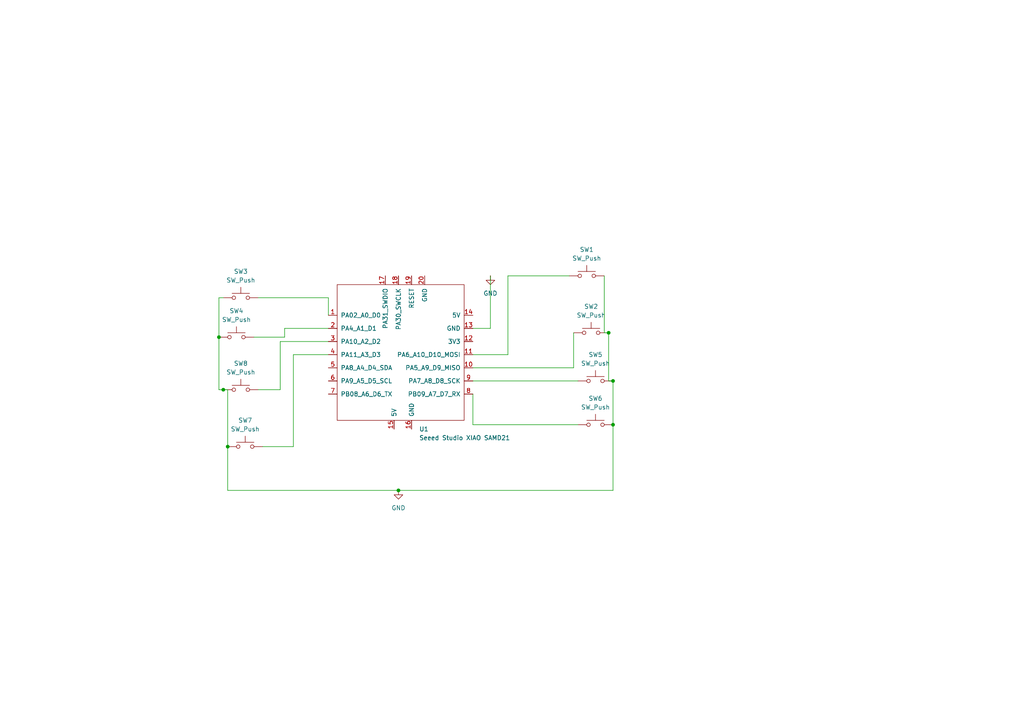
<source format=kicad_sch>
(kicad_sch (version 20231120) (generator "eeschema") (generator_version "8.0")
  (paper "A4")
  (lib_symbols
    (symbol "Seeed_Studio_XIAO_Series:Seeed Studio XIAO SAMD21" (pin_names (offset 1.016))
      (property "Reference" "U" (at -19.05 22.86 0))
      (property "Value" "Seeed Studio XIAO SAMD21" (at -12.7 21.59 0))
      (symbol "Seeed Studio XIAO SAMD21_0_1"
        (rectangle (start -19.05 20.32) (end 17.78 -19.05))
      )
      (symbol "Seeed Studio XIAO SAMD21_1_1"
        (pin unspecified line (at -21.59 11.43 0) (length 2.54) (name "PA02_A0_D0") (number "1"))
        (pin unspecified line (at 20.32 -3.81 180) (length 2.54) (name "PA5_A9_D9_MISO") (number "10"))
        (pin unspecified line (at 20.32 0 180) (length 2.54) (name "PA6_A10_D10_MOSI") (number "11"))
        (pin unspecified line (at 20.32 3.81 180) (length 2.54) (name "3V3") (number "12"))
        (pin unspecified line (at 20.32 7.62 180) (length 2.54) (name "GND") (number "13"))
        (pin unspecified line (at 20.32 11.43 180) (length 2.54) (name "5V") (number "14"))
        (pin input line (at -2.54 -21.59 90) (length 2.54) (name "5V") (number "15"))
        (pin input line (at 2.54 -21.59 90) (length 2.54) (name "GND") (number "16"))
        (pin input line (at -5.08 22.86 270) (length 2.54) (name "PA31_SWDIO") (number "17"))
        (pin input line (at -1.27 22.86 270) (length 2.54) (name "PA30_SWCLK") (number "18"))
        (pin input line (at 2.54 22.86 270) (length 2.54) (name "RESET") (number "19"))
        (pin unspecified line (at -21.59 7.62 0) (length 2.54) (name "PA4_A1_D1") (number "2"))
        (pin input line (at 6.35 22.86 270) (length 2.54) (name "GND") (number "20"))
        (pin unspecified line (at -21.59 3.81 0) (length 2.54) (name "PA10_A2_D2") (number "3"))
        (pin unspecified line (at -21.59 0 0) (length 2.54) (name "PA11_A3_D3") (number "4"))
        (pin unspecified line (at -21.59 -3.81 0) (length 2.54) (name "PA8_A4_D4_SDA") (number "5"))
        (pin unspecified line (at -21.59 -7.62 0) (length 2.54) (name "PA9_A5_D5_SCL") (number "6"))
        (pin unspecified line (at -21.59 -11.43 0) (length 2.54) (name "PB08_A6_D6_TX") (number "7"))
        (pin unspecified line (at 20.32 -11.43 180) (length 2.54) (name "PB09_A7_D7_RX") (number "8"))
        (pin unspecified line (at 20.32 -7.62 180) (length 2.54) (name "PA7_A8_D8_SCK") (number "9"))
      )
    )
    (symbol "Switch:SW_Push" (pin_numbers hide) (pin_names (offset 1.016) hide)
      (property "Reference" "SW" (at 1.27 2.54 0))
      (property "Value" "SW_Push" (at 0 -1.524 0))
      (symbol "SW_Push_0_1"
        (circle (center -2.032 0) (radius 0.508))
        (polyline (pts (xy 0 1.27) (xy 0 3.048)))
        (polyline (pts (xy 2.54 1.27) (xy -2.54 1.27)))
        (circle (center 2.032 0) (radius 0.508))
        (pin passive line (at -5.08 0 0) (length 2.54) (name "1") (number "1"))
        (pin passive line (at 5.08 0 180) (length 2.54) (name "2") (number "2"))
      )
    )
    (symbol "power:GND" (power) (pin_numbers hide) (pin_names (offset 0) hide)
      (property "Value" "GND" (at 0 -3.81 0))
      (symbol "GND_0_1"
        (polyline (pts (xy 0 0) (xy 0 -1.27) (xy 1.27 -1.27) (xy 0 -2.54) (xy -1.27 -1.27) (xy 0 -1.27)))
      )
      (symbol "GND_1_1"
        (pin power_in line (at 0 0 270) (length 0) (name "~") (number "1"))
      )
    )
  )
  (junction (at 66.04 129.54))
  (junction (at 177.8 110.49))
  (junction (at 177.8 123.19))
  (junction (at 115.57 142.24))
  (junction (at 176.53 96.52))
  (junction (at 63.5 97.79))
  (junction (at 64.77 113.03))
  (wire (pts (xy 82.55 97.79) (xy 82.55 95.25)))
  (wire (pts (xy 137.16 95.25) (xy 142.24 95.25)))
  (wire (pts (xy 142.24 95.25) (xy 142.24 80.01)))
  (wire (pts (xy 66.04 142.24) (xy 115.57 142.24)))
  (wire (pts (xy 66.04 129.54) (xy 66.04 113.03)))
  (wire (pts (xy 74.93 113.03) (xy 81.28 113.03)))
  (wire (pts (xy 63.5 113.03) (xy 64.77 113.03)))
  (wire (pts (xy 73.66 97.79) (xy 82.55 97.79)))
  (wire (pts (xy 147.32 102.87) (xy 137.16 102.87)))
  (wire (pts (xy 76.2 129.54) (xy 85.09 129.54)))
  (wire (pts (xy 74.93 86.36) (xy 95.25 86.36)))
  (wire (pts (xy 177.8 110.49) (xy 177.8 123.19)))
  (wire (pts (xy 137.16 110.49) (xy 167.64 110.49)))
  (wire (pts (xy 85.09 129.54) (xy 85.09 102.87)))
  (wire (pts (xy 176.53 110.49) (xy 177.8 110.49)))
  (wire (pts (xy 175.26 96.52) (xy 176.53 96.52)))
  (wire (pts (xy 85.09 102.87) (xy 95.25 102.87)))
  (wire (pts (xy 177.8 142.24) (xy 115.57 142.24)))
  (wire (pts (xy 166.37 106.68) (xy 137.16 106.68)))
  (wire (pts (xy 177.8 123.19) (xy 177.8 142.24)))
  (wire (pts (xy 147.32 80.01) (xy 147.32 102.87)))
  (wire (pts (xy 63.5 97.79) (xy 63.5 113.03)))
  (wire (pts (xy 166.37 96.52) (xy 166.37 106.68)))
  (wire (pts (xy 66.04 142.24) (xy 66.04 129.54)))
  (wire (pts (xy 81.28 99.06) (xy 95.25 99.06)))
  (wire (pts (xy 63.5 86.36) (xy 63.5 97.79)))
  (wire (pts (xy 167.64 123.19) (xy 137.16 123.19)))
  (wire (pts (xy 64.77 86.36) (xy 63.5 86.36)))
  (wire (pts (xy 176.53 96.52) (xy 176.53 110.49)))
  (wire (pts (xy 81.28 113.03) (xy 81.28 99.06)))
  (wire (pts (xy 64.77 113.03) (xy 66.04 113.03)))
  (wire (pts (xy 175.26 80.01) (xy 175.26 96.52)))
  (wire (pts (xy 95.25 86.36) (xy 95.25 91.44)))
  (wire (pts (xy 82.55 95.25) (xy 95.25 95.25)))
  (wire (pts (xy 165.1 80.01) (xy 147.32 80.01)))
  (wire (pts (xy 137.16 123.19) (xy 137.16 114.3)))
  (symbol (lib_id "Switch:SW_Push") (at 172.72 123.19 0) (unit 1)
    (property "Reference" "SW6" (at 172.72 115.57 0))
    (property "Value" "SW_Push" (at 172.72 118.11 0))
    (property "Footprint" "Button_Switch_Keyboard:SW_Cherry_MX_1.00u_PCB" (effects (hide yes)))
    (property "Description" "Push button switch, generic, two pins" (effects (hide yes)))
  )
  (symbol (lib_id "power:GND") (at 142.24 80.01 0) (unit 1)
    (property "Reference" "#PWR01" (effects (hide yes)))
    (property "Value" "GND" (at 142.24 85.09 0))
    (property "Description" "Power symbol creates a global label with name \"GND\" , ground" (effects (hide yes)))
  )
  (symbol (lib_id "Switch:SW_Push") (at 170.18 80.01 0) (unit 1)
    (property "Reference" "SW1" (at 170.18 72.39 0))
    (property "Value" "SW_Push" (at 170.18 74.93 0))
    (property "Footprint" "Button_Switch_Keyboard:SW_Cherry_MX_1.00u_PCB" (effects (hide yes)))
    (property "Description" "Push button switch, generic, two pins" (effects (hide yes)))
  )
  (symbol (lib_id "Switch:SW_Push") (at 172.72 110.49 0) (unit 1)
    (property "Reference" "SW5" (at 172.72 102.87 0))
    (property "Value" "SW_Push" (at 172.72 105.41 0))
    (property "Footprint" "Button_Switch_Keyboard:SW_Cherry_MX_1.00u_PCB" (effects (hide yes)))
    (property "Description" "Push button switch, generic, two pins" (effects (hide yes)))
  )
  (symbol (lib_id "Switch:SW_Push") (at 171.45 96.52 0) (unit 1)
    (property "Reference" "SW2" (at 171.45 88.9 0))
    (property "Value" "SW_Push" (at 171.45 91.44 0))
    (property "Footprint" "Button_Switch_Keyboard:SW_Cherry_MX_1.00u_PCB" (effects (hide yes)))
    (property "Description" "Push button switch, generic, two pins" (effects (hide yes)))
  )
  (symbol (lib_id "Seeed_Studio_XIAO_Series:Seeed Studio XIAO SAMD21") (at 116.84 102.87 0) (unit 1)
    (property "Reference" "U1" (at 121.5741 124.46 0) (effects (justify left)))
    (property "Value" "Seeed Studio XIAO SAMD21" (at 121.5741 127 0) (effects (justify left)))
    (property "Footprint" "footprints:XIAO-Generic-Hybrid-14P-2.54-21X17.8MM" (effects (hide yes)))
  )
  (symbol (lib_id "Switch:SW_Push") (at 69.85 113.03 0) (unit 1)
    (property "Reference" "SW8" (at 69.85 105.41 0))
    (property "Value" "SW_Push" (at 69.85 107.95 0))
    (property "Footprint" "Button_Switch_Keyboard:SW_Cherry_MX_1.00u_PCB" (effects (hide yes)))
    (property "Description" "Push button switch, generic, two pins" (effects (hide yes)))
  )
  (symbol (lib_id "Switch:SW_Push") (at 71.12 129.54 0) (unit 1)
    (property "Reference" "SW7" (at 71.12 121.92 0))
    (property "Value" "SW_Push" (at 71.12 124.46 0))
    (property "Footprint" "Button_Switch_Keyboard:SW_Cherry_MX_1.00u_PCB" (effects (hide yes)))
    (property "Description" "Push button switch, generic, two pins" (effects (hide yes)))
  )
  (symbol (lib_id "Switch:SW_Push") (at 69.85 86.36 0) (unit 1)
    (property "Reference" "SW3" (at 69.85 78.74 0))
    (property "Value" "SW_Push" (at 69.85 81.28 0))
    (property "Footprint" "Button_Switch_Keyboard:SW_Cherry_MX_1.00u_PCB" (effects (hide yes)))
    (property "Description" "Push button switch, generic, two pins" (effects (hide yes)))
  )
  (symbol (lib_id "power:GND") (at 115.57 142.24 0) (unit 1)
    (property "Reference" "#PWR02" (effects (hide yes)))
    (property "Value" "GND" (at 115.57 147.32 0))
    (property "Description" "Power symbol creates a global label with name \"GND\" , ground" (effects (hide yes)))
  )
  (symbol (lib_id "Switch:SW_Push") (at 68.58 97.79 0) (unit 1)
    (property "Reference" "SW4" (at 68.58 90.17 0))
    (property "Value" "SW_Push" (at 68.58 92.71 0))
    (property "Footprint" "Button_Switch_Keyboard:SW_Cherry_MX_1.00u_PCB" (effects (hide yes)))
    (property "Description" "Push button switch, generic, two pins" (effects (hide yes)))
  )
)
</source>
